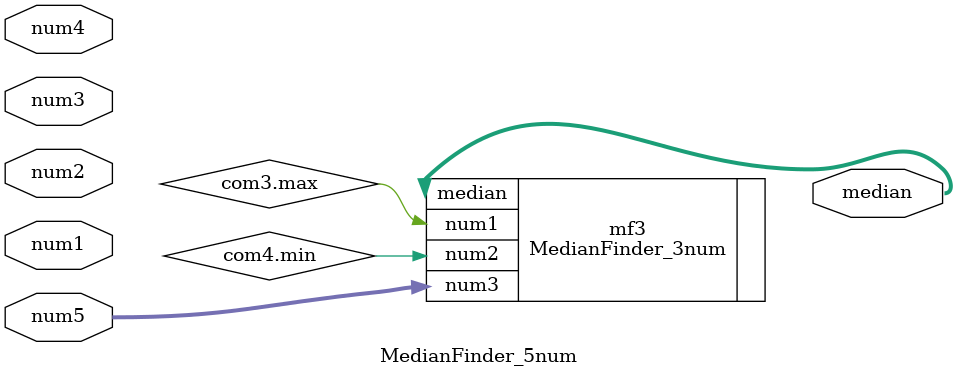
<source format=v>
module MedianFinder_5num(num1, num2, num3, num4, num5, median);
    input  [3:0] num1, num2, num3, num4, num5;
    output [3:0] median;
    
    Comparator com1(.A(num1), .B(num2), .min(), .max());
    Comparator com2(.A(num3), .B(num4), .min(), .max());
    Comparator com3(.A(com1.min), .B(com2.min), .min(), .max());
    Comparator com4(.A(com1.max), .B(com2.max), .min(), .max());
    MedianFinder_3num mf3(.num1(com3.max), .num2(com4.min), .num3(num5), .median(median));
endmodule
</source>
